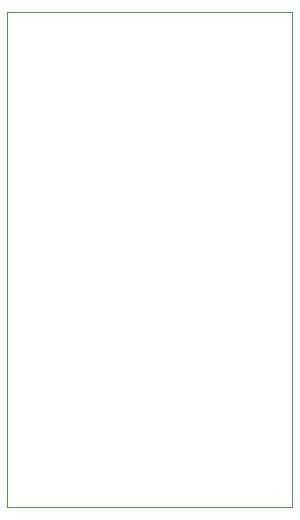
<source format=gbr>
%TF.GenerationSoftware,KiCad,Pcbnew,(5.1.6)-1*%
%TF.CreationDate,2022-07-04T15:30:00-05:00*%
%TF.ProjectId,laser_board,6c617365-725f-4626-9f61-72642e6b6963,rev?*%
%TF.SameCoordinates,Original*%
%TF.FileFunction,Profile,NP*%
%FSLAX46Y46*%
G04 Gerber Fmt 4.6, Leading zero omitted, Abs format (unit mm)*
G04 Created by KiCad (PCBNEW (5.1.6)-1) date 2022-07-04 15:30:00*
%MOMM*%
%LPD*%
G01*
G04 APERTURE LIST*
%TA.AperFunction,Profile*%
%ADD10C,0.050000*%
%TD*%
G04 APERTURE END LIST*
D10*
X24130000Y41910000D02*
X0Y41910000D01*
X24130000Y0D02*
X24130000Y41910000D01*
X0Y0D02*
X24130000Y0D01*
X0Y41910000D02*
X0Y0D01*
M02*

</source>
